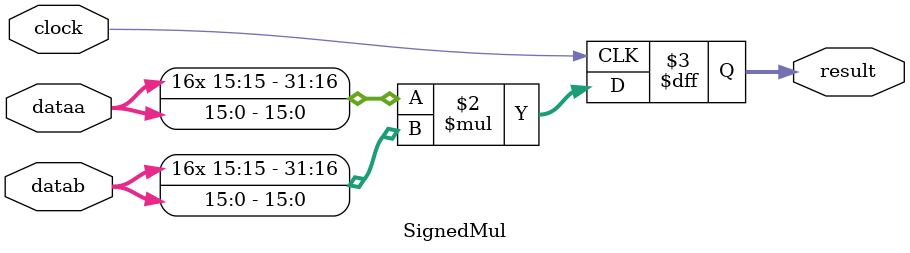
<source format=v>
module top(
  input         iClk,
  input         iReset,
  output [19:0] oAddr,
  output [ 7:0] oMData,
  input  [ 7:0] iMData,
  output        oMRd,
  output        oMWr,
  input         iReady,
  output [11:0] oPort,
  output [ 7:0] oPData,
  input  [ 7:0] iPData,
  output        oPRd,
  input         iPRd,
  output        oPWr,
  input         iPWr,
  output [ 7:0] oIrq,
  input  [ 7:0] iIrq
);

  V188 cpu(
    .clk    (iClk),
    .reset_n(iReset),
    .a      (oAddr),
    .dout   (oMData),
    .din    (iMData),
    .mrdout (oMRd),
    .mwrout (oMWr),
    .ready  (iReady),
    .port   (oPort),
    .iodout (oPData),
    .iodin  (iPData),
    .iordout(oPRd),
    .iordin (iPRd),
    .iowrout(oPWr),
    .iowrin (iPWr),
    .irqout (oIrq),
    .irqin  (iIrq),
    .mcout  ()
  );
  
  wire [15:0] ax    /*verilator public_flat_rd*/ = cpu.ax;
  wire [15:0] cx    /*verilator public_flat_rd*/ = cpu.cx;
  wire [15:0] dx    /*verilator public_flat_rd*/ = cpu.dx;
  wire [15:0] bx    /*verilator public_flat_rd*/ = cpu.bx;
  wire [15:0] sp    /*verilator public_flat_rd*/ = cpu.sp;
  wire [15:0] bp    /*verilator public_flat_rd*/ = cpu.bp;
  wire [15:0] si    /*verilator public_flat_rd*/ = cpu.si;
  wire [15:0] di    /*verilator public_flat_rd*/ = cpu.di;
  wire [15:0] es    /*verilator public_flat_rd*/ = cpu.es;
  wire [15:0] cs    /*verilator public_flat_rd*/ = cpu.cs;
  wire [15:0] ss    /*verilator public_flat_rd*/ = cpu.ss;   
  wire [15:0] ds    /*verilator public_flat_rd*/ = cpu.ds;
  wire [15:0] fs    /*verilator public_flat_rd*/ = cpu.fs;
  wire [15:0] gs    /*verilator public_flat_rd*/ = cpu.gs;
  wire [15:0] flags /*verilator public_flat_rd*/ = cpu.flags;
  wire [15:0] ip    /*verilator public_flat_rd*/ = cpu.ip;
  wire [28:0] state /*verilator public_flat_rd*/ = cpu.state;

endmodule

module MICROCODE(
  input             clock,
  input      [11:0] address_a,
  output reg [17:0] q_a);

  reg [31:0] data[4096];

  initial begin
    $readmemh("C:\\personal\\V188\\verilator\\mcode.hex", data);
  end

  always @(posedge clock) begin
    q_a <= data[ address_a ][17:0];
  end

endmodule

module Mul1 (
  input             clock,
  input      [15:0] dataa,
  input      [15:0] datab,
  output reg [31:0] result);

  always @(posedge clock) begin
    result <= $unsigned(dataa) * $unsigned(datab);
  end

endmodule

module SignedMul (
  input             clock,
  input      [15:0] dataa,
  input      [15:0] datab,
  output reg [31:0] result);

  always @(posedge clock) begin
    result <= $signed(dataa) * $signed(datab);
  end

endmodule


</source>
